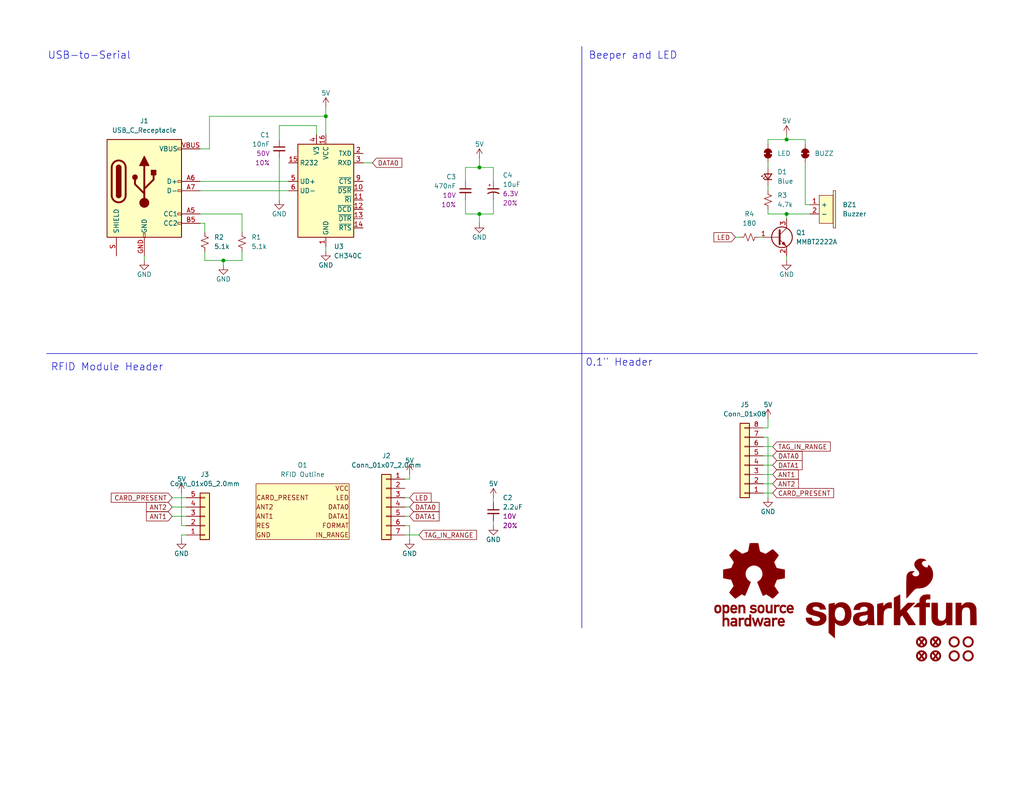
<source format=kicad_sch>
(kicad_sch (version 20231120) (generator "eeschema") (generator_version "8.0")
  (paper "USLetter")
  (title_block (title "USB-C RFID Breakout") (date "2025-01-08") (rev "20"))
  (lib_symbols
    (symbol "SparkFun-Aesthetic:Fiducial_0.5mm"
      (symbol "Fiducial_0.5mm_1_1"
        (text "x" (at 0 0.254 0) (effects (font (size 2.5 2.5) (bold yes))))
      )
    )
    (symbol "SparkFun-Aesthetic:OSHW_Logo" (pin_names (offset 1.016)) (in_bom no))
    (symbol "SparkFun-Aesthetic:SparkFun_Logo" (pin_names (offset 1.016)) (on_board no))
    (symbol "SparkFun-Capacitor:10nF_0603_50V_10%" (pin_numbers hide) (pin_names (offset 0.254))
      (property "Reference" "C" (at 0.635 2.54 0))
      (property "Value" "10nF" (at 0.635 -2.54 0))
      (property "Voltage" "50V" (at 0 -6.35 0))
      (property "Tolerance" "10%" (at 0 -8.89 0))
      (symbol "10nF_0603_50V_10%_1_1"
        (pin passive line (at 0 2.54 270) (length 2.032) (name "~") (number "1"))
        (pin passive line (at 0 -2.54 90) (length 2.032) (name "~") (number "2"))
      )
    )
    (symbol "SparkFun-Capacitor:10uF_0603_6.3V_20%_Polar(Tant)" (pin_numbers hide) (pin_names (offset 0.254) hide)
      (property "Reference" "C" (at 2.54 1.27 0))
      (property "Value" "10uF TANT" (at 2.54 -1.27 0))
      (property "Voltage" "6.3V" (at 0 -7.62 0))
      (property "Tolerance" "20%" (at 0 -10.16 0))
      (symbol "10uF_0603_6.3V_20%_Polar(Tant)_1_1"
        (pin passive line (at 0 2.54 270) (length 2.032) (name "~") (number "1"))
        (pin passive line (at 0 -2.54 90) (length 2.032) (name "~") (number "2"))
      )
    )
    (symbol "SparkFun-Capacitor:2.2uF_0603_10V_20%" (pin_numbers hide) (pin_names (offset 0.254))
      (property "Reference" "C" (at 0.635 2.54 0))
      (property "Value" "2.2uF" (at 0.635 -2.54 0))
      (property "Voltage" "10V" (at 0 -6.35 0))
      (property "Tolerance" "20%" (at 0 -8.89 0))
      (symbol "2.2uF_0603_10V_20%_1_1"
        (pin passive line (at 0 2.54 270) (length 2.032) (name "~") (number "1"))
        (pin passive line (at 0 -2.54 90) (length 2.032) (name "~") (number "2"))
      )
    )
    (symbol "SparkFun-Capacitor:470nF_0603_10V_10%" (pin_numbers hide) (pin_names (offset 0.254))
      (property "Reference" "C" (at 0.635 2.54 0))
      (property "Value" "470nF" (at 0.635 -2.54 0))
      (property "Voltage" "10V" (at 0 -6.35 0))
      (property "Tolerance" "10%" (at 0 -8.89 0))
      (symbol "470nF_0603_10V_10%_1_1"
        (pin passive line (at 0 2.54 270) (length 2.032) (name "~") (number "1"))
        (pin passive line (at 0 -2.54 90) (length 2.032) (name "~") (number "2"))
      )
    )
    (symbol "SparkFun-Connector:Conn_01x05_2.0mm_SMD_Pin1RightDown" (pin_names (offset 1.016) hide)
      (property "Reference" "J" (at 0 7.62 0))
      (property "Value" "Conn_01x05_2.0mm" (at 0 -7.62 0))
      (symbol "Conn_01x05_2.0mm_SMD_Pin1RightDown_1_1"
        (pin passive line (at -5.08 5.08 0) (length 3.81) (name "Pin_1") (number "1"))
        (pin passive line (at -5.08 2.54 0) (length 3.81) (name "Pin_2") (number "2"))
        (pin passive line (at -5.08 0 0) (length 3.81) (name "Pin_3") (number "3"))
        (pin passive line (at -5.08 -2.54 0) (length 3.81) (name "Pin_4") (number "4"))
        (pin passive line (at -5.08 -5.08 0) (length 3.81) (name "Pin_5") (number "5"))
      )
    )
    (symbol "SparkFun-Connector:Conn_01x07_2.0mm_SMD_Pin1RightDown" (pin_names (offset 1.016) hide)
      (property "Reference" "J" (at 0 10.16 0))
      (property "Value" "Conn_01x07_2.0mm" (at 0 -10.16 0))
      (symbol "Conn_01x07_2.0mm_SMD_Pin1RightDown_1_1"
        (pin passive line (at -5.08 7.62 0) (length 3.81) (name "Pin_1") (number "1"))
        (pin passive line (at -5.08 5.08 0) (length 3.81) (name "Pin_2") (number "2"))
        (pin passive line (at -5.08 2.54 0) (length 3.81) (name "Pin_3") (number "3"))
        (pin passive line (at -5.08 0 0) (length 3.81) (name "Pin_4") (number "4"))
        (pin passive line (at -5.08 -2.54 0) (length 3.81) (name "Pin_5") (number "5"))
        (pin passive line (at -5.08 -5.08 0) (length 3.81) (name "Pin_6") (number "6"))
        (pin passive line (at -5.08 -7.62 0) (length 3.81) (name "Pin_7") (number "7"))
      )
    )
    (symbol "SparkFun-Connector:Conn_01x08" (pin_names (offset 1.016) hide)
      (property "Reference" "J" (at 0 10.16 0))
      (property "Value" "Conn_01x08" (at 0 -12.7 0))
      (symbol "Conn_01x08_1_1"
        (pin passive line (at -5.08 7.62 0) (length 3.81) (name "Pin_1") (number "1"))
        (pin passive line (at -5.08 5.08 0) (length 3.81) (name "Pin_2") (number "2"))
        (pin passive line (at -5.08 2.54 0) (length 3.81) (name "Pin_3") (number "3"))
        (pin passive line (at -5.08 0 0) (length 3.81) (name "Pin_4") (number "4"))
        (pin passive line (at -5.08 -2.54 0) (length 3.81) (name "Pin_5") (number "5"))
        (pin passive line (at -5.08 -5.08 0) (length 3.81) (name "Pin_6") (number "6"))
        (pin passive line (at -5.08 -7.62 0) (length 3.81) (name "Pin_7") (number "7"))
        (pin passive line (at -5.08 -10.16 0) (length 3.81) (name "Pin_8") (number "8"))
      )
    )
    (symbol "SparkFun-Connector:USB_C_Receptacle" (pin_names (offset 1.016))
      (property "Reference" "J" (at -10.16 12.7 0))
      (property "Value" "USB_C_Receptacle" (at 19.05 12.7 0))
      (symbol "USB_C_Receptacle_1_1"
        (pin bidirectional line (at 15.24 -8.89 180) (length 5.08) (name "CC1") (number "A5"))
        (pin bidirectional line (at 15.24 0 180) (length 5.08) (name "D+") (number "A6"))
        (pin bidirectional line (at 15.24 -2.54 180) (length 5.08) (name "D-") (number "A7"))
        (pin no_connect line (at 2.54 -15.24 90) (length 5.08) hide (name "NC") (number "A8"))
        (pin bidirectional line (at 15.24 -11.43 180) (length 5.08) (name "CC2") (number "B5"))
        (pin bidirectional line (at 15.24 0 180) (length 5.08) hide (name "D+") (number "B6"))
        (pin bidirectional line (at 15.24 -2.54 180) (length 5.08) hide (name "D-") (number "B7"))
        (pin no_connect line (at 3.81 -15.24 90) (length 5.08) hide (name "NC") (number "B8"))
        (pin passive line (at 0 -20.32 90) (length 5.08) (name "GND") (number "GND"))
        (pin no_connect line (at -5.08 -15.24 90) (length 5.08) hide (name "NC") (number "NC1"))
        (pin no_connect line (at -3.81 -15.24 90) (length 5.08) hide (name "NC") (number "NC2"))
        (pin no_connect line (at -2.54 -15.24 90) (length 5.08) hide (name "NC") (number "NC3"))
        (pin passive line (at -7.62 -20.32 90) (length 5.08) (name "SHIELD") (number "S"))
        (pin power_out line (at 15.24 8.89 180) (length 5.08) (name "VBUS") (number "VBUS"))
      )
    )
    (symbol "SparkFun-DiscreteSemi:Q_NPN_1A_40V" (pin_names (offset 0) hide)
      (property "Reference" "Q" (at 5.08 1.27 0))
      (property "Value" "MMBT2222A" (at 5.08 -1.27 0))
      (symbol "Q_NPN_1A_40V_1_1"
        (pin input line (at -3.81 0 0) (length 0) (name "B") (number "1"))
        (pin passive line (at 2.54 -5.08 90) (length 2.54) (name "E") (number "2"))
        (pin passive line (at 2.54 5.08 270) (length 2.54) (name "C") (number "3"))
      )
    )
    (symbol "SparkFun-Electromechanical:Buzzer_9mm_SMD"
      (property "Reference" "BZ" (at 0 5.08 0))
      (property "Value" "Buzzer" (at 1.27 -6.35 0))
      (symbol "Buzzer_9mm_SMD_1_1"
        (pin input line (at -3.81 1.27 0) (length 2.54) (name "+") (number "1"))
        (pin input line (at -3.81 -1.27 0) (length 2.54) (name "-") (number "2"))
      )
    )
    (symbol "SparkFun-Hardware:Standoff")
    (symbol "SparkFun-IC-Comm:CH340C"
      (property "Reference" "U" (at 2.1941 -15.24 0))
      (property "Value" "CH340C" (at 2.1941 -17.78 0))
      (symbol "CH340C_1_1"
        (pin power_in line (at 0 -15.24 90) (length 2.54) (name "GND") (number "1"))
        (pin input line (at 10.16 0 180) (length 2.54) (name "~{DSR}") (number "10"))
        (pin input line (at 10.16 -2.54 180) (length 2.54) (name "~{RI}") (number "11"))
        (pin input line (at 10.16 -5.08 180) (length 2.54) (name "~{DCD}") (number "12"))
        (pin output line (at 10.16 -7.62 180) (length 2.54) (name "~{DTR}") (number "13"))
        (pin output line (at 10.16 -10.16 180) (length 2.54) (name "~{RTS}") (number "14"))
        (pin input line (at -10.16 7.62 0) (length 2.54) (name "R232") (number "15"))
        (pin power_in line (at 0 15.24 270) (length 2.54) (name "VCC") (number "16"))
        (pin output line (at 10.16 10.16 180) (length 2.54) (name "TXD") (number "2"))
        (pin input line (at 10.16 7.62 180) (length 2.54) (name "RXD") (number "3"))
        (pin passive line (at -2.54 15.24 270) (length 2.54) (name "V3") (number "4"))
        (pin bidirectional line (at -10.16 2.54 0) (length 2.54) (name "UD+") (number "5"))
        (pin bidirectional line (at -10.16 0 0) (length 2.54) (name "UD-") (number "6"))
        (pin no_connect line (at -7.62 -7.62 0) (length 2.54) hide (name "NC") (number "7"))
        (pin no_connect line (at -7.62 -10.16 0) (length 2.54) hide (name "NC") (number "8"))
        (pin input line (at 10.16 2.54 180) (length 2.54) (name "~{CTS}") (number "9"))
      )
    )
    (symbol "SparkFun-Jumper:SolderJumper_2_Bridged" (pin_numbers hide) (pin_names (offset 0) hide)
      (property "Reference" "JP" (at 0 2.032 0))
      (property "Value" "~" (at 0 -2.54 0))
      (symbol "SolderJumper_2_Bridged_1_1"
        (pin passive line (at -2.54 0 0) (length 1.27) (name "A") (number "1"))
        (pin passive line (at 2.54 0 180) (length 1.27) (name "B") (number "2"))
      )
    )
    (symbol "SparkFun-LED:LED_Blue_0603" (pin_numbers hide) (pin_names (offset 1.016) hide)
      (property "Reference" "D" (at 0 2.54 0))
      (property "Value" "Blue" (at 0 -2.54 0))
      (symbol "LED_Blue_0603_1_1"
        (pin passive line (at -2.54 0 0) (length 1.778) (name "K") (number "1"))
        (pin passive line (at 2.54 0 180) (length 1.778) (name "A") (number "2"))
      )
    )
    (symbol "SparkFun-PowerSymbol:5V" (power) (pin_names (offset 0))
      (property "Value" "5V" (at 0 3.81 0))
      (symbol "5V_1_1"
        (pin power_in line (at 0 0 90) (length 0) hide (name "5V") (number "1"))
      )
    )
    (symbol "SparkFun-PowerSymbol:GND" (power) (pin_names (offset 0))
      (property "Value" "GND" (at 0 -3.81 0))
      (symbol "GND_1_1"
        (pin power_in line (at 0 0 270) (length 0) hide (name "GND") (number "1"))
      )
    )
    (symbol "SparkFun-RF:ID-2/12/20_Outline"
      (property "Reference" "O" (at -12.192 8.89 0))
      (property "Value" "RFID Outline" (at 0 -8.89 0))
      (symbol "ID-2/12/20_Outline_1_1"
        (text "ANT1" (at -12.7 -1.27 0) (effects (font (size 1.27 1.27)) (justify left)))
        (text "ANT2" (at -12.7 1.27 0) (effects (font (size 1.27 1.27)) (justify left)))
        (text "CARD_PRESENT" (at -12.7 3.81 0) (effects (font (size 1.27 1.27)) (justify left)))
        (text "DATA0" (at 12.7 1.27 0) (effects (font (size 1.27 1.27)) (justify right)))
        (text "DATA1" (at 12.7 -1.27 0) (effects (font (size 1.27 1.27)) (justify right)))
        (text "FORMAT" (at 12.7 -3.81 0) (effects (font (size 1.27 1.27)) (justify right)))
        (text "GND" (at -12.7 -6.35 0) (effects (font (size 1.27 1.27)) (justify left)))
        (text "IN_RANGE" (at 12.7 -6.35 0) (effects (font (size 1.27 1.27)) (justify right)))
        (text "LED" (at 12.7 3.81 0) (effects (font (size 1.27 1.27)) (justify right)))
        (text "RES" (at -12.7 -3.81 0) (effects (font (size 1.27 1.27)) (justify left)))
        (text "VCC" (at 12.7 6.35 0) (effects (font (size 1.27 1.27)) (justify right)))
      )
    )
    (symbol "SparkFun-Resistor:180_0603" (pin_numbers hide) (pin_names (offset 0))
      (property "Reference" "R" (at 0 -2.54 0))
      (property "Value" "180" (at 0 2.54 0))
      (symbol "180_0603_1_1"
        (pin passive line (at -2.54 0 0) (length 1.016) (name "~") (number "1"))
        (pin passive line (at 2.54 0 180) (length 1.016) (name "~") (number "2"))
      )
    )
    (symbol "SparkFun-Resistor:4.7k_0603" (pin_numbers hide) (pin_names (offset 0))
      (property "Reference" "R" (at 0 -2.54 0))
      (property "Value" "4.7k" (at 0 2.54 0))
      (symbol "4.7k_0603_1_1"
        (pin passive line (at -2.54 0 0) (length 1.016) (name "~") (number "1"))
        (pin passive line (at 2.54 0 180) (length 1.016) (name "~") (number "2"))
      )
    )
    (symbol "SparkFun-Resistor:5.1k_0603" (pin_numbers hide) (pin_names (offset 0))
      (property "Reference" "R" (at 0 -2.54 0))
      (property "Value" "5.1k" (at 0 2.54 0))
      (symbol "5.1k_0603_1_1"
        (pin passive line (at -2.54 0 0) (length 1.016) (name "~") (number "1"))
        (pin passive line (at 2.54 0 180) (length 1.016) (name "~") (number "2"))
      )
    )
  )
  (junction (at 214.63 58.42))
  (junction (at 130.81 58.42))
  (junction (at 214.63 38.1))
  (junction (at 88.9 31.75))
  (junction (at 130.81 45.72))
  (junction (at 60.96 71.12))
  (wire (pts (xy 209.55 38.1) (xy 209.55 39.37)))
  (wire (pts (xy 208.28 127) (xy 210.82 127)))
  (wire (pts (xy 208.28 116.84) (xy 209.55 116.84)))
  (wire (pts (xy 60.96 71.12) (xy 55.88 71.12)))
  (wire (pts (xy 134.62 45.72) (xy 134.62 49.53)))
  (wire (pts (xy 209.55 116.84) (xy 209.55 114.3)))
  (wire (pts (xy 57.15 40.64) (xy 54.61 40.64)))
  (wire (pts (xy 57.15 31.75) (xy 57.15 40.64)))
  (wire (pts (xy 86.36 36.83) (xy 86.36 34.29)))
  (wire (pts (xy 111.76 129.54) (xy 111.76 130.81)))
  (wire (pts (xy 55.88 71.12) (xy 55.88 68.58)))
  (wire (pts (xy 127 54.61) (xy 127 58.42)))
  (wire (pts (xy 127 45.72) (xy 130.81 45.72)))
  (wire (pts (xy 209.55 58.42) (xy 214.63 58.42)))
  (wire (pts (xy 111.76 143.51) (xy 110.49 143.51)))
  (wire (pts (xy 88.9 31.75) (xy 88.9 36.83)))
  (wire (pts (xy 111.76 140.97) (xy 110.49 140.97)))
  (wire (pts (xy 39.37 69.85) (xy 39.37 71.12)))
  (wire (pts (xy 49.53 134.62) (xy 49.53 143.51)))
  (wire (pts (xy 66.04 58.42) (xy 66.04 63.5)))
  (wire (pts (xy 46.99 138.43) (xy 50.8 138.43)))
  (wire (pts (xy 127 58.42) (xy 130.81 58.42)))
  (wire (pts (xy 60.96 71.12) (xy 66.04 71.12)))
  (wire (pts (xy 54.61 60.96) (xy 55.88 60.96)))
  (wire (pts (xy 130.81 58.42) (xy 130.81 60.96)))
  (wire (pts (xy 54.61 58.42) (xy 66.04 58.42)))
  (wire (pts (xy 54.61 49.53) (xy 78.74 49.53)))
  (wire (pts (xy 214.63 58.42) (xy 220.98 58.42)))
  (wire (pts (xy 209.55 119.38) (xy 209.55 135.89)))
  (wire (pts (xy 134.62 142.24) (xy 134.62 143.51)))
  (wire (pts (xy 208.28 119.38) (xy 209.55 119.38)))
  (polyline (pts (xy 176.53 96.52) (xy 266.7 96.52)))
  (polyline (pts (xy 12.7 96.52) (xy 176.53 96.52)))
  (wire (pts (xy 134.62 135.89) (xy 134.62 137.16)))
  (wire (pts (xy 49.53 146.05) (xy 49.53 147.32)))
  (polyline (pts (xy 158.75 12.7) (xy 158.75 171.45)))
  (wire (pts (xy 88.9 29.21) (xy 88.9 31.75)))
  (wire (pts (xy 220.98 55.88) (xy 219.71 55.88)))
  (wire (pts (xy 208.28 124.46) (xy 210.82 124.46)))
  (wire (pts (xy 214.63 36.83) (xy 214.63 38.1)))
  (wire (pts (xy 219.71 44.45) (xy 219.71 55.88)))
  (wire (pts (xy 60.96 71.12) (xy 60.96 72.39)))
  (wire (pts (xy 66.04 71.12) (xy 66.04 68.58)))
  (wire (pts (xy 214.63 59.69) (xy 214.63 58.42)))
  (wire (pts (xy 111.76 135.89) (xy 110.49 135.89)))
  (wire (pts (xy 209.55 50.8) (xy 209.55 52.07)))
  (wire (pts (xy 219.71 38.1) (xy 219.71 39.37)))
  (wire (pts (xy 86.36 34.29) (xy 76.2 34.29)))
  (wire (pts (xy 111.76 130.81) (xy 110.49 130.81)))
  (wire (pts (xy 209.55 57.15) (xy 209.55 58.42)))
  (wire (pts (xy 208.28 129.54) (xy 210.82 129.54)))
  (wire (pts (xy 207.01 64.77) (xy 208.28 64.77)))
  (wire (pts (xy 130.81 58.42) (xy 134.62 58.42)))
  (wire (pts (xy 50.8 146.05) (xy 49.53 146.05)))
  (wire (pts (xy 130.81 45.72) (xy 134.62 45.72)))
  (wire (pts (xy 130.81 43.18) (xy 130.81 45.72)))
  (wire (pts (xy 46.99 140.97) (xy 50.8 140.97)))
  (wire (pts (xy 200.66 64.77) (xy 201.93 64.77)))
  (wire (pts (xy 209.55 45.72) (xy 209.55 44.45)))
  (wire (pts (xy 208.28 134.62) (xy 210.82 134.62)))
  (wire (pts (xy 54.61 52.07) (xy 78.74 52.07)))
  (wire (pts (xy 127 49.53) (xy 127 45.72)))
  (wire (pts (xy 55.88 60.96) (xy 55.88 63.5)))
  (wire (pts (xy 76.2 34.29) (xy 76.2 38.1)))
  (wire (pts (xy 208.28 132.08) (xy 210.82 132.08)))
  (wire (pts (xy 49.53 143.51) (xy 50.8 143.51)))
  (wire (pts (xy 208.28 121.92) (xy 210.82 121.92)))
  (wire (pts (xy 46.99 135.89) (xy 50.8 135.89)))
  (wire (pts (xy 57.15 31.75) (xy 88.9 31.75)))
  (wire (pts (xy 111.76 143.51) (xy 111.76 147.32)))
  (wire (pts (xy 214.63 38.1) (xy 219.71 38.1)))
  (wire (pts (xy 99.06 44.45) (xy 101.6 44.45)))
  (wire (pts (xy 134.62 58.42) (xy 134.62 54.61)))
  (wire (pts (xy 88.9 67.31) (xy 88.9 68.58)))
  (wire (pts (xy 111.76 138.43) (xy 110.49 138.43)))
  (wire (pts (xy 214.63 69.85) (xy 214.63 71.12)))
  (wire (pts (xy 110.49 146.05) (xy 114.3 146.05)))
  (wire (pts (xy 76.2 43.18) (xy 76.2 54.61)))
  (wire (pts (xy 209.55 38.1) (xy 214.63 38.1)))
  (text "Beeper and LED" (at 172.72 15.24 0) (effects (font (size 2 2))))
  (text "USB-to-Serial" (at 24.384 15.24 0) (effects (font (size 2 2))))
  (text "0.1\" Header" (at 168.91 99.06 0) (effects (font (size 2 2))))
  (text "RFID Module Header" (at 29.21 100.33 0) (effects (font (size 2 2))))
  (global_label "ANT1" (shape input) (at 210.82 129.54 0) (property "Intersheetrefs" "${INTERSHEET_REFS}" (effects (hide yes))))
  (global_label "DATA0" (shape input) (at 210.82 124.46 0) (property "Intersheetrefs" "${INTERSHEET_REFS}" (effects (hide yes))))
  (global_label "DATA0" (shape input) (at 101.6 44.45 0) (property "Intersheetrefs" "${INTERSHEET_REFS}" (effects (hide yes))))
  (global_label "LED" (shape input) (at 111.76 135.89 0) (property "Intersheetrefs" "${INTERSHEET_REFS}" (effects (hide yes))))
  (global_label "ANT2" (shape input) (at 46.99 138.43 180) (property "Intersheetrefs" "${INTERSHEET_REFS}" (effects (hide yes))))
  (global_label "CARD_PRESENT" (shape input) (at 46.99 135.89 180) (property "Intersheetrefs" "${INTERSHEET_REFS}" (effects (hide yes))))
  (global_label "LED" (shape input) (at 200.66 64.77 180) (property "Intersheetrefs" "${INTERSHEET_REFS}" (effects (hide yes))))
  (global_label "CARD_PRESENT" (shape input) (at 210.82 134.62 0) (property "Intersheetrefs" "${INTERSHEET_REFS}" (effects (hide yes))))
  (global_label "ANT2" (shape input) (at 210.82 132.08 0) (property "Intersheetrefs" "${INTERSHEET_REFS}" (effects (hide yes))))
  (global_label "DATA0" (shape input) (at 111.76 138.43 0) (property "Intersheetrefs" "${INTERSHEET_REFS}" (effects (hide yes))))
  (global_label "TAG_IN_RANGE" (shape input) (at 210.82 121.92 0) (property "Intersheetrefs" "${INTERSHEET_REFS}" (effects (hide yes))))
  (global_label "ANT1" (shape input) (at 46.99 140.97 180) (property "Intersheetrefs" "${INTERSHEET_REFS}" (effects (hide yes))))
  (global_label "DATA1" (shape input) (at 111.76 140.97 0) (property "Intersheetrefs" "${INTERSHEET_REFS}" (effects (hide yes))))
  (global_label "TAG_IN_RANGE" (shape input) (at 114.3 146.05 0) (property "Intersheetrefs" "${INTERSHEET_REFS}" (effects (hide yes))))
  (global_label "DATA1" (shape input) (at 210.82 127 0) (property "Intersheetrefs" "${INTERSHEET_REFS}" (effects (hide yes))))
  (symbol (lib_id "SparkFun-Aesthetic:Fiducial_0.5mm") (at 251.46 175.26 0) (unit 1)
    (property "Reference" "FID4" (effects (hide yes)))
    (property "Value" "Fiducial_0.5mm" (effects (hide yes)))
    (property "Footprint" "SparkFun-Aesthetic:Fiducial_0.5mm_Mask1mm" (effects (hide yes)))
    (property "Description" "Fiducial Marker" (effects (hide yes)))
  )
  (symbol (lib_id "SparkFun-PowerSymbol:GND") (at 88.9 68.58 0) (unit 1)
    (property "Reference" "#PWR02" (effects (hide yes)))
    (property "Value" "GND" (at 88.9 72.39 0))
    (property "Description" "Power symbol creates a global label with name \"GND\" , ground" (effects (hide yes)))
  )
  (symbol (lib_id "SparkFun-PowerSymbol:5V") (at 49.53 134.62 0) (unit 1)
    (property "Reference" "#PWR13" (effects (hide yes)))
    (property "Value" "5V" (at 49.53 130.81 0))
    (property "Description" "Power symbol creates a global label with name \"5V\"" (effects (hide yes)))
  )
  (symbol (lib_id "SparkFun-PowerSymbol:5V") (at 111.76 129.54 0) (unit 1)
    (property "Reference" "#PWR9" (effects (hide yes)))
    (property "Value" "5V" (at 111.76 125.73 0))
    (property "Description" "Power symbol creates a global label with name \"5V\"" (effects (hide yes)))
  )
  (symbol (lib_id "SparkFun-Aesthetic:OSHW_Logo") (at 205.74 163.83 0) (unit 1) (in_bom no)
    (property "Reference" "G2" (effects (hide yes)))
    (property "Value" "OSHW_Logo" (effects (hide yes)))
    (property "Footprint" "SparkFun-Aesthetic:Creative_Commons_License" (effects (hide yes)))
  )
  (symbol (lib_id "SparkFun-DiscreteSemi:Q_NPN_1A_40V") (at 212.09 64.77 0) (unit 1)
    (property "Reference" "Q1" (at 217.17 63.4999 0) (effects (justify left)))
    (property "Value" "MMBT2222A" (at 217.17 66.0399 0) (effects (justify left)))
    (property "Footprint" "SparkFun-Semiconductor-Standard:SOT23-3" (effects (hide yes)))
    (property "Datasheet" "https://www.onsemi.com/pdf/datasheet/mmbt2222lt1-d.pdf" (effects (hide yes)))
    (property "Description" "NPN transistor, base/emitter/collector" (effects (hide yes)))
    (property "PROD_ID" "TRANS-08049" (effects (hide yes)))
  )
  (symbol (lib_id "SparkFun-PowerSymbol:GND") (at 111.76 147.32 0) (unit 1)
    (property "Reference" "#PWR012" (effects (hide yes)))
    (property "Value" "GND" (at 111.76 151.13 0))
    (property "Description" "Power symbol creates a global label with name \"GND\" , ground" (effects (hide yes)))
  )
  (symbol (lib_id "SparkFun-Capacitor:2.2uF_0603_10V_20%") (at 134.62 139.7 0) (unit 1)
    (property "Reference" "C2" (at 137.16 135.8962 0) (effects (justify left)))
    (property "Value" "2.2uF" (at 137.16 138.4362 0) (effects (justify left)))
    (property "Footprint" "SparkFun-Capacitor:C_0603_1608Metric" (effects (hide yes)))
    (property "Datasheet" "https://cdn.sparkfun.com/assets/8/a/4/a/5/Kemet_Capacitor_Datasheet.pdf" (effects (hide yes)))
    (property "Description" "Unpolarized capacitor" (effects (hide yes)))
    (property "PROD_ID" "CAP-07888" (effects (hide yes)))
    (property "Voltage" "10V" (at 137.16 140.9762 0) (effects (justify left)))
    (property "Tolerance" "20%" (at 137.16 143.5162 0) (effects (justify left)))
  )
  (symbol (lib_id "SparkFun-Connector:Conn_01x05_2.0mm_SMD_Pin1RightDown") (at 55.88 140.97 0) (mirror x) (unit 1)
    (property "Reference" "J3" (at 55.88 129.54 0))
    (property "Value" "Conn_01x05_2.0mm" (at 55.88 132.08 0))
    (property "Footprint" "SparkFun-Connector:1x05_2.0mm_SMD_Pin1RightDown" (effects (hide yes)))
    (property "Datasheet" "https://drawings-pdf.s3.amazonaws.com/10489.pdf" (effects (hide yes)))
    (property "Description" "5 pos 2mm pitch 4.4mm tall female SMD header." (effects (hide yes)))
    (property "PROD_ID" "CONN-09344" (effects (hide yes)))
  )
  (symbol (lib_id "SparkFun-Aesthetic:Fiducial_0.5mm") (at 255.27 175.26 0) (unit 1)
    (property "Reference" "FID1" (effects (hide yes)))
    (property "Value" "Fiducial_0.5mm" (effects (hide yes)))
    (property "Footprint" "SparkFun-Aesthetic:Fiducial_0.5mm_Mask1mm" (effects (hide yes)))
    (property "Description" "Fiducial Marker" (effects (hide yes)))
  )
  (symbol (lib_id "SparkFun-Resistor:5.1k_0603") (at 66.04 66.04 90) (unit 1)
    (property "Reference" "R1" (at 68.58 64.7699 90) (effects (justify right)))
    (property "Value" "5.1k" (at 68.58 67.3099 90) (effects (justify right)))
    (property "Footprint" "SparkFun-Resistor:R_0603_1608Metric" (effects (hide yes)))
    (property "Datasheet" "https://www.vishay.com/docs/20035/dcrcwe3.pdf" (effects (hide yes)))
    (property "Description" "Resistor" (effects (hide yes)))
    (property "PROD_ID" "RES-12083" (effects (hide yes)))
  )
  (symbol (lib_id "SparkFun-PowerSymbol:GND") (at 60.96 72.39 0) (unit 1)
    (property "Reference" "#PWR03" (effects (hide yes)))
    (property "Value" "GND" (at 60.96 76.2 0))
    (property "Description" "Power symbol creates a global label with name \"GND\" , ground" (effects (hide yes)))
  )
  (symbol (lib_id "SparkFun-PowerSymbol:GND") (at 214.63 71.12 0) (unit 1)
    (property "Reference" "#PWR011" (effects (hide yes)))
    (property "Value" "GND" (at 214.63 74.93 0))
    (property "Description" "Power symbol creates a global label with name \"GND\" , ground" (effects (hide yes)))
  )
  (symbol (lib_id "SparkFun-Connector:Conn_01x07_2.0mm_SMD_Pin1RightDown") (at 105.41 138.43 0) (mirror y) (unit 1)
    (property "Reference" "J2" (at 105.41 124.46 0))
    (property "Value" "Conn_01x07_2.0mm" (at 105.41 127 0))
    (property "Footprint" "SparkFun-Connector:1x07_2.0mm_SMD_Pin1RightDown" (effects (hide yes)))
    (property "Datasheet" "https://drawings-pdf.s3.amazonaws.com/10489.pdf" (effects (hide yes)))
    (property "Description" "7 pos 2mm pitch 4.4mm tall female SMD header." (effects (hide yes)))
    (property "PROD_ID" "CONN-09345" (effects (hide yes)))
  )
  (symbol (lib_id "SparkFun-PowerSymbol:GND") (at 76.2 54.61 0) (unit 1)
    (property "Reference" "#PWR07" (effects (hide yes)))
    (property "Value" "GND" (at 76.2 58.42 0))
    (property "Description" "Power symbol creates a global label with name \"GND\" , ground" (effects (hide yes)))
  )
  (symbol (lib_id "SparkFun-Hardware:Standoff") (at 264.16 175.26 0) (unit 1)
    (property "Reference" "ST1" (effects (hide yes)))
    (property "Value" "Standoff" (effects (hide yes)))
    (property "Footprint" "SparkFun-Hardware:Standoff" (effects (hide yes)))
    (property "Description" "Drill holes for mechanically mounting via screws, standoffs, etc." (effects (hide yes)))
  )
  (symbol (lib_id "SparkFun-PowerSymbol:5V") (at 130.81 43.18 0) (unit 1)
    (property "Reference" "#PWR17" (effects (hide yes)))
    (property "Value" "5V" (at 130.81 39.37 0))
    (property "Description" "Power symbol creates a global label with name \"5V\"" (effects (hide yes)))
  )
  (symbol (lib_id "SparkFun-Capacitor:10uF_0603_6.3V_20%_Polar(Tant)") (at 134.62 52.07 0) (unit 1)
    (property "Reference" "C4" (at 137.16 47.8281 0) (effects (justify left)))
    (property "Value" "10uF" (at 137.16 50.3681 0) (effects (justify left)))
    (property "Footprint" "SparkFun-Capacitor:C_0603_1608Metric_Polar" (effects (hide yes)))
    (property "Datasheet" "https://datasheets.kyocera-avx.com/tc-series.pdf" (effects (hide yes)))
    (property "Description" "Capacitor Tantalum 10uF 6.3V +/-20% 0603" (effects (hide yes)))
    (property "PROD_ID" "CAP-13210" (effects (hide yes)))
    (property "Voltage" "6.3V" (at 137.16 52.9081 0) (effects (justify left)))
    (property "Tolerance" "20%" (at 137.16 55.4481 0) (effects (justify left)))
  )
  (symbol (lib_id "SparkFun-Connector:USB_C_Receptacle") (at 39.37 49.53 0) (unit 1)
    (property "Reference" "J1" (at 39.37 33.02 0))
    (property "Value" "USB_C_Receptacle" (at 39.37 35.56 0))
    (property "Footprint" "SparkFun-Connector:USB-C_16" (effects (hide yes)))
    (property "Datasheet" "https://www.usb.org/sites/default/files/documents/usb_type-c.zip" (effects (hide yes)))
    (property "Description" "USB 2.0-only Type-C Receptacle connector" (effects (hide yes)))
    (property "PROD_ID" "CONN-14122" (effects (hide yes)))
  )
  (symbol (lib_id "SparkFun-Jumper:SolderJumper_2_Bridged") (at 219.71 41.91 90) (unit 1)
    (property "Reference" "JP1" (effects (hide yes)))
    (property "Value" "BUZZ" (at 222.25 41.9099 90) (effects (justify right)))
    (property "Footprint" "SparkFun-Jumper:Jumper_2_NC_Trace" (effects (hide yes)))
    (property "Description" "Solder Jumper, 2-pole, closed/bridged" (effects (hide yes)))
  )
  (symbol (lib_id "SparkFun-PowerSymbol:GND") (at 130.81 60.96 0) (unit 1)
    (property "Reference" "#PWR016" (effects (hide yes)))
    (property "Value" "GND" (at 130.81 64.77 0))
    (property "Description" "Power symbol creates a global label with name \"GND\" , ground" (effects (hide yes)))
  )
  (symbol (lib_id "SparkFun-LED:LED_Blue_0603") (at 209.55 48.26 90) (unit 1)
    (property "Reference" "D1" (at 212.09 46.9264 90) (effects (justify right)))
    (property "Value" "Blue" (at 212.09 49.4664 90) (effects (justify right)))
    (property "Footprint" "SparkFun-LED:LED_0603_1608Metric_Blue" (effects (hide yes)))
    (property "Datasheet" "https://media.digikey.com/pdf/Data%20Sheets/Rohm%20PDFs/SMLE12_Series_Rev2.0_2007.pdf" (effects (hide yes)))
    (property "Description" "Light emitting diode" (effects (hide yes)))
    (property "PROD_ID" "DIO-08575" (effects (hide yes)))
  )
  (symbol (lib_id "SparkFun-PowerSymbol:5V") (at 88.9 29.21 0) (unit 1)
    (property "Reference" "#PWR4" (effects (hide yes)))
    (property "Value" "5V" (at 88.9 25.4 0))
    (property "Description" "Power symbol creates a global label with name \"5V\"" (effects (hide yes)))
  )
  (symbol (lib_id "SparkFun-Resistor:4.7k_0603") (at 209.55 54.61 90) (unit 1)
    (property "Reference" "R3" (at 212.09 53.3399 90) (effects (justify right)))
    (property "Value" "4.7k" (at 212.09 55.8799 90) (effects (justify right)))
    (property "Footprint" "SparkFun-Resistor:R_0603_1608Metric" (effects (hide yes)))
    (property "Datasheet" "https://www.vishay.com/docs/20035/dcrcwe3.pdf" (effects (hide yes)))
    (property "Description" "Resistor" (effects (hide yes)))
    (property "PROD_ID" "RES-07857" (effects (hide yes)))
  )
  (symbol (lib_id "SparkFun-Capacitor:10nF_0603_50V_10%") (at 76.2 40.64 0) (mirror y) (unit 1)
    (property "Reference" "C1" (at 73.66 36.8362 0) (effects (justify left)))
    (property "Value" "10nF" (at 73.66 39.3762 0) (effects (justify left)))
    (property "Footprint" "SparkFun-Capacitor:C_0603_1608Metric" (effects (hide yes)))
    (property "Datasheet" "https://cdn.sparkfun.com/assets/8/a/4/a/5/Kemet_Capacitor_Datasheet.pdf" (effects (hide yes)))
    (property "Description" "Unpolarized capacitor" (effects (hide yes)))
    (property "PROD_ID" "CAP-00867" (effects (hide yes)))
    (property "Voltage" "50V" (at 73.66 41.9162 0) (effects (justify left)))
    (property "Tolerance" "10%" (at 73.66 44.4562 0) (effects (justify left)))
  )
  (symbol (lib_id "SparkFun-Resistor:5.1k_0603") (at 55.88 66.04 90) (unit 1)
    (property "Reference" "R2" (at 58.42 64.7699 90) (effects (justify right)))
    (property "Value" "5.1k" (at 58.42 67.3099 90) (effects (justify right)))
    (property "Footprint" "SparkFun-Resistor:R_0603_1608Metric" (effects (hide yes)))
    (property "Datasheet" "https://www.vishay.com/docs/20035/dcrcwe3.pdf" (effects (hide yes)))
    (property "Description" "Resistor" (effects (hide yes)))
    (property "PROD_ID" "RES-12083" (effects (hide yes)))
  )
  (symbol (lib_id "SparkFun-PowerSymbol:GND") (at 134.62 143.51 0) (unit 1)
    (property "Reference" "#PWR014" (effects (hide yes)))
    (property "Value" "GND" (at 134.62 147.32 0))
    (property "Description" "Power symbol creates a global label with name \"GND\" , ground" (effects (hide yes)))
  )
  (symbol (lib_id "SparkFun-Electromechanical:Buzzer_9mm_SMD") (at 224.79 57.15 0) (unit 1)
    (property "Reference" "BZ1" (at 229.87 55.8799 0) (effects (justify left)))
    (property "Value" "Buzzer" (at 229.87 58.4199 0) (effects (justify left)))
    (property "Footprint" "SparkFun-Electromechanical:Buzzer_9mm_SMD" (effects (hide yes)))
    (property "Datasheet" "https://cdn.sparkfun.com/datasheets/Components/General/CCV-084B16-CUI-datasheet-29139.pdf" (effects (hide yes)))
    (property "Description" "9mm SMD Audio Buzzer" (effects (hide yes)))
    (property "PROD_ID" "COMP-08568" (effects (hide yes)))
  )
  (symbol (lib_id "SparkFun-IC-Comm:CH340C") (at 88.9 52.07 0) (unit 1)
    (property "Reference" "U3" (at 91.0941 67.31 0) (effects (justify left)))
    (property "Value" "CH340C" (at 91.0941 69.85 0) (effects (justify left)))
    (property "Footprint" "SparkFun-Semiconductor-Standard:SO-16" (effects (hide yes)))
    (property "Datasheet" "https://datasheet.lcsc.com/szlcsc/Jiangsu-Qin-Heng-CH340C_C84681.pdf" (effects (hide yes)))
    (property "Description" "USB serial converter, UART, SOIC-16" (effects (hide yes)))
    (property "PROD_ID" "IC-14038" (effects (hide yes)))
  )
  (symbol (lib_id "SparkFun-Hardware:Standoff") (at 264.16 179.07 0) (unit 1)
    (property "Reference" "ST3" (effects (hide yes)))
    (property "Value" "Standoff" (effects (hide yes)))
    (property "Footprint" "SparkFun-Hardware:Standoff" (effects (hide yes)))
    (property "Description" "Drill holes for mechanically mounting via screws, standoffs, etc." (effects (hide yes)))
  )
  (symbol (lib_id "SparkFun-Hardware:Standoff") (at 260.35 175.26 0) (unit 1)
    (property "Reference" "ST2" (effects (hide yes)))
    (property "Value" "Standoff" (effects (hide yes)))
    (property "Footprint" "SparkFun-Hardware:Standoff" (effects (hide yes)))
    (property "Description" "Drill holes for mechanically mounting via screws, standoffs, etc." (effects (hide yes)))
  )
  (symbol (lib_id "SparkFun-Aesthetic:SparkFun_Logo") (at 242.57 167.64 0) (unit 1) (on_board no)
    (property "Reference" "G1" (effects (hide yes)))
    (property "Value" "SparkFun_Logo" (effects (hide yes)))
  )
  (symbol (lib_id "SparkFun-PowerSymbol:GND") (at 39.37 71.12 0) (unit 1)
    (property "Reference" "#PWR01" (effects (hide yes)))
    (property "Value" "GND" (at 39.37 74.93 0))
    (property "Description" "Power symbol creates a global label with name \"GND\" , ground" (effects (hide yes)))
  )
  (symbol (lib_id "SparkFun-PowerSymbol:5V") (at 214.63 36.83 0) (unit 1)
    (property "Reference" "#PWR10" (effects (hide yes)))
    (property "Value" "5V" (at 214.63 33.02 0))
    (property "Description" "Power symbol creates a global label with name \"5V\"" (effects (hide yes)))
  )
  (symbol (lib_id "SparkFun-Resistor:180_0603") (at 204.47 64.77 0) (unit 1)
    (property "Reference" "R4" (at 204.47 58.42 0))
    (property "Value" "180" (at 204.47 60.96 0))
    (property "Footprint" "SparkFun-Resistor:R_0603_1608Metric" (effects (hide yes)))
    (property "Description" "Resistor" (effects (hide yes)))
    (property "PROD_ID" "RES-08788" (effects (hide yes)))
  )
  (symbol (lib_id "SparkFun-PowerSymbol:5V") (at 134.62 135.89 0) (unit 1)
    (property "Reference" "#PWR15" (effects (hide yes)))
    (property "Value" "5V" (at 134.62 132.08 0))
    (property "Description" "Power symbol creates a global label with name \"5V\"" (effects (hide yes)))
  )
  (symbol (lib_id "SparkFun-Jumper:SolderJumper_2_Bridged") (at 209.55 41.91 90) (unit 1)
    (property "Reference" "JP2" (effects (hide yes)))
    (property "Value" "LED" (at 212.09 41.9099 90) (effects (justify right)))
    (property "Footprint" "SparkFun-Jumper:Jumper_2_NC_Trace" (effects (hide yes)))
    (property "Description" "Solder Jumper, 2-pole, closed/bridged" (effects (hide yes)))
  )
  (symbol (lib_id "SparkFun-PowerSymbol:GND") (at 209.55 135.89 0) (unit 1)
    (property "Reference" "#PWR06" (effects (hide yes)))
    (property "Value" "GND" (at 209.55 139.7 0))
    (property "Description" "Power symbol creates a global label with name \"GND\" , ground" (effects (hide yes)))
  )
  (symbol (lib_id "SparkFun-PowerSymbol:5V") (at 209.55 114.3 0) (unit 1)
    (property "Reference" "#PWR5" (effects (hide yes)))
    (property "Value" "5V" (at 209.55 110.49 0))
    (property "Description" "Power symbol creates a global label with name \"5V\"" (effects (hide yes)))
  )
  (symbol (lib_id "SparkFun-Aesthetic:Fiducial_0.5mm") (at 255.27 179.07 0) (unit 1)
    (property "Reference" "FID2" (effects (hide yes)))
    (property "Value" "Fiducial_0.5mm" (effects (hide yes)))
    (property "Footprint" "SparkFun-Aesthetic:Fiducial_0.5mm_Mask1mm" (effects (hide yes)))
    (property "Description" "Fiducial Marker" (effects (hide yes)))
  )
  (symbol (lib_id "SparkFun-PowerSymbol:GND") (at 49.53 147.32 0) (mirror y) (unit 1)
    (property "Reference" "#PWR08" (effects (hide yes)))
    (property "Value" "GND" (at 49.53 151.13 0))
    (property "Description" "Power symbol creates a global label with name \"GND\" , ground" (effects (hide yes)))
  )
  (symbol (lib_id "SparkFun-Connector:Conn_01x08") (at 203.2 127 180) (unit 1)
    (property "Reference" "J5" (at 203.2 110.49 0))
    (property "Value" "Conn_01x08" (at 203.2 113.03 0))
    (property "Footprint" "SparkFun-Connector:1x08" (effects (hide yes)))
    (property "Description" "Generic connector, single row, 01x08, script generated (kicad-library-utils/schlib/autogen/connector/)" (effects (hide yes)))
  )
  (symbol (lib_id "SparkFun-Capacitor:470nF_0603_10V_10%") (at 127 52.07 0) (unit 1)
    (property "Reference" "C3" (at 124.46 48.2662 0) (effects (justify right)))
    (property "Value" "470nF" (at 124.46 50.8062 0) (effects (justify right)))
    (property "Footprint" "SparkFun-Capacitor:C_0603_1608Metric" (effects (hide yes)))
    (property "Datasheet" "https://cdn.sparkfun.com/assets/8/a/4/a/5/Kemet_Capacitor_Datasheet.pdf" (effects (hide yes)))
    (property "Description" "Unpolarized capacitor" (effects (hide yes)))
    (property "PROD_ID" "CAP-13216" (effects (hide yes)))
    (property "Voltage" "10V" (at 124.46 53.3462 0) (effects (justify right)))
    (property "Tolerance" "10%" (at 124.46 55.8862 0) (effects (justify right)))
  )
  (symbol (lib_id "SparkFun-Hardware:Standoff") (at 260.35 179.07 0) (unit 1)
    (property "Reference" "ST4" (effects (hide yes)))
    (property "Value" "Standoff" (effects (hide yes)))
    (property "Footprint" "SparkFun-Hardware:Standoff" (effects (hide yes)))
    (property "Description" "Drill holes for mechanically mounting via screws, standoffs, etc." (effects (hide yes)))
  )
  (symbol (lib_id "SparkFun-RF:ID-2/12/20_Outline") (at 82.55 139.7 0) (unit 1)
    (property "Reference" "O1" (at 82.55 127 0))
    (property "Value" "RFID Outline" (at 82.55 129.54 0))
    (property "Footprint" "SparkFun-RF:ID-2_12_20_Outline" (effects (hide yes)))
    (property "Datasheet" "https://cdn.sparkfun.com/assets/9/3/0/5/2/DS-11827-RFID_Reader_ID-12LA__125_kHz_.pdf" (effects (hide yes)))
    (property "Description" "Mechanical drawing of the various RFID modules. No copper or parts." (effects (hide yes)))
  )
  (symbol (lib_id "SparkFun-Aesthetic:Fiducial_0.5mm") (at 251.46 179.07 0) (unit 1)
    (property "Reference" "FID3" (effects (hide yes)))
    (property "Value" "Fiducial_0.5mm" (effects (hide yes)))
    (property "Footprint" "SparkFun-Aesthetic:Fiducial_0.5mm_Mask1mm" (effects (hide yes)))
    (property "Description" "Fiducial Marker" (effects (hide yes)))
  )
)
</source>
